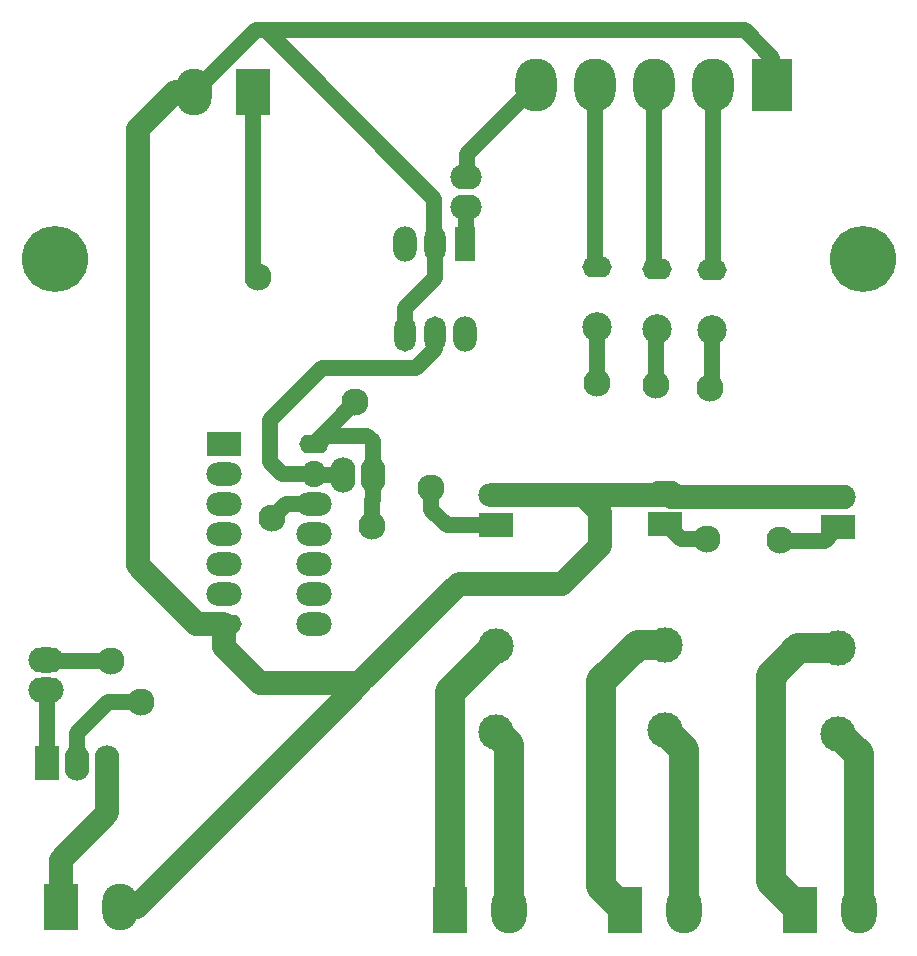
<source format=gbr>
%TF.GenerationSoftware,KiCad,Pcbnew,6.0.11+dfsg-1*%
%TF.CreationDate,2023-04-26T14:21:25-05:00*%
%TF.ProjectId,power_control,706f7765-725f-4636-9f6e-74726f6c2e6b,rev?*%
%TF.SameCoordinates,Original*%
%TF.FileFunction,Copper,L2,Bot*%
%TF.FilePolarity,Positive*%
%FSLAX46Y46*%
G04 Gerber Fmt 4.6, Leading zero omitted, Abs format (unit mm)*
G04 Created by KiCad (PCBNEW 6.0.11+dfsg-1) date 2023-04-26 14:21:25*
%MOMM*%
%LPD*%
G01*
G04 APERTURE LIST*
%TA.AperFunction,ComponentPad*%
%ADD10R,3.000000X3.960000*%
%TD*%
%TA.AperFunction,ComponentPad*%
%ADD11O,3.000000X3.960000*%
%TD*%
%TA.AperFunction,ComponentPad*%
%ADD12C,2.500000*%
%TD*%
%TA.AperFunction,ComponentPad*%
%ADD13O,2.500000X1.750000*%
%TD*%
%TA.AperFunction,ComponentPad*%
%ADD14C,5.600000*%
%TD*%
%TA.AperFunction,ComponentPad*%
%ADD15R,3.500000X4.500000*%
%TD*%
%TA.AperFunction,ComponentPad*%
%ADD16O,3.500000X4.500000*%
%TD*%
%TA.AperFunction,ComponentPad*%
%ADD17R,1.800000X3.000000*%
%TD*%
%TA.AperFunction,ComponentPad*%
%ADD18O,1.800000X3.000000*%
%TD*%
%TA.AperFunction,ComponentPad*%
%ADD19O,2.000000X3.000000*%
%TD*%
%TA.AperFunction,ComponentPad*%
%ADD20C,3.000000*%
%TD*%
%TA.AperFunction,ComponentPad*%
%ADD21R,3.000000X2.000000*%
%TD*%
%TA.AperFunction,ComponentPad*%
%ADD22O,3.000000X2.100000*%
%TD*%
%TA.AperFunction,ComponentPad*%
%ADD23O,3.000000X2.000000*%
%TD*%
%TA.AperFunction,ComponentPad*%
%ADD24O,3.000000X1.600000*%
%TD*%
%TA.AperFunction,ComponentPad*%
%ADD25O,2.000000X2.250000*%
%TD*%
%TA.AperFunction,ComponentPad*%
%ADD26O,2.500000X1.600000*%
%TD*%
%TA.AperFunction,ComponentPad*%
%ADD27O,2.100000X3.000000*%
%TD*%
%TA.AperFunction,ComponentPad*%
%ADD28R,2.100000X3.000000*%
%TD*%
%TA.AperFunction,ComponentPad*%
%ADD29R,3.000000X2.100000*%
%TD*%
%TA.AperFunction,ComponentPad*%
%ADD30O,3.000000X2.125000*%
%TD*%
%TA.AperFunction,ComponentPad*%
%ADD31O,2.650000X2.100000*%
%TD*%
%TA.AperFunction,ViaPad*%
%ADD32C,2.300000*%
%TD*%
%TA.AperFunction,Conductor*%
%ADD33C,1.330000*%
%TD*%
%TA.AperFunction,Conductor*%
%ADD34C,2.000000*%
%TD*%
%TA.AperFunction,Conductor*%
%ADD35C,2.500000*%
%TD*%
G04 APERTURE END LIST*
D10*
%TO.P,J_wpump1,1,Pin_1*%
%TO.N,Net-(J_wpump1-Pad1)*%
X179411500Y-108439000D03*
D11*
%TO.P,J_wpump1,2,Pin_2*%
%TO.N,Net-(J_wpump1-Pad2)*%
X184411500Y-108439000D03*
%TD*%
D10*
%TO.P,J_fan1,1,Pin_1*%
%TO.N,Net-(J_fan1-Pad1)*%
X194183000Y-108458000D03*
D11*
%TO.P,J_fan1,2,Pin_2*%
%TO.N,Net-(J_fan1-Pad2)*%
X199183000Y-108458000D03*
%TD*%
D12*
%TO.P,R2,1*%
%TO.N,Net-(R2-Pad1)*%
X182050800Y-59320000D03*
D13*
%TO.P,R2,2*%
%TO.N,D27*%
X182050800Y-54240000D03*
%TD*%
D14*
%TO.P,H4,1*%
%TO.N,N/C*%
X131114800Y-53390800D03*
%TD*%
%TO.P,H2,1*%
%TO.N,N/C*%
X199491600Y-53390800D03*
%TD*%
D15*
%TO.P,J1,1,Pin_1*%
%TO.N,GND5V*%
X191857500Y-38607500D03*
D16*
%TO.P,J1,2,Pin_2*%
%TO.N,D33*%
X186857500Y-38607500D03*
%TO.P,J1,3,Pin_3*%
%TO.N,D27*%
X181857500Y-38607500D03*
%TO.P,J1,4,Pin_4*%
%TO.N,D26*%
X176857500Y-38607500D03*
%TO.P,J1,5,Pin_5*%
%TO.N,D14*%
X171857500Y-38607500D03*
%TD*%
D17*
%TO.P,U3,1*%
%TO.N,Net-(R4-Pad2)*%
X165842400Y-52052400D03*
D18*
%TO.P,U3,2*%
%TO.N,GND5V*%
X163302400Y-52052400D03*
D19*
%TO.P,U3,3,NC*%
%TO.N,unconnected-(U3-Pad3)*%
X160762400Y-52052400D03*
D18*
%TO.P,U3,4*%
%TO.N,GND5V*%
X160762400Y-59672400D03*
%TO.P,U3,5*%
%TO.N,Net-(R6-Pad1)*%
X163302400Y-59672400D03*
D19*
%TO.P,U3,6*%
%TO.N,unconnected-(U3-Pad6)*%
X165842400Y-59672400D03*
%TD*%
D20*
%TO.P,U_wpump1,11*%
%TO.N,Net-(J_wpump1-Pad1)*%
X182765700Y-86004400D03*
%TO.P,U_wpump1,14*%
%TO.N,Net-(J_wpump1-Pad2)*%
X182765700Y-93243400D03*
D21*
%TO.P,U_wpump1,A1*%
%TO.N,Net-(R2-Pad1)*%
X182765700Y-75758400D03*
D22*
%TO.P,U_wpump1,A2*%
%TO.N,GND5V*%
X182765700Y-73177400D03*
%TD*%
D21*
%TO.P,U1,1*%
%TO.N,N/C*%
X145400000Y-68975000D03*
D23*
%TO.P,U1,2*%
X145400000Y-71515000D03*
%TO.P,U1,3*%
%TO.N,unconnected-(U1-Pad3)*%
X145400000Y-74055000D03*
%TO.P,U1,4*%
%TO.N,unconnected-(U1-Pad4)*%
X145400000Y-76595000D03*
%TO.P,U1,5*%
%TO.N,unconnected-(U1-Pad5)*%
X145400000Y-79135000D03*
%TO.P,U1,6*%
%TO.N,unconnected-(U1-Pad6)*%
X145400000Y-81675000D03*
D24*
%TO.P,U1,7,VSS*%
%TO.N,GND5V*%
X145400000Y-84215000D03*
D23*
%TO.P,U1,8*%
%TO.N,unconnected-(U1-Pad8)*%
X153020000Y-84215000D03*
%TO.P,U1,9*%
%TO.N,unconnected-(U1-Pad9)*%
X153020000Y-81675000D03*
%TO.P,U1,10*%
%TO.N,unconnected-(U1-Pad10)*%
X153020000Y-79135000D03*
%TO.P,U1,11*%
%TO.N,unconnected-(U1-Pad11)*%
X153020000Y-76595000D03*
%TO.P,U1,12*%
%TO.N,Net-(R8-Pad1)*%
X153020000Y-74055000D03*
D25*
%TO.P,U1,13*%
%TO.N,Net-(R6-Pad1)*%
X153020000Y-71515000D03*
D26*
%TO.P,U1,14,VDD*%
%TO.N,5v*%
X153020000Y-68975000D03*
%TD*%
D10*
%TO.P,OUT2,1,Pin_1*%
%TO.N,Net-(OUT2-Pad1)*%
X131635000Y-108200000D03*
D11*
%TO.P,OUT2,2,Pin_2*%
%TO.N,GND5V*%
X136635000Y-108200000D03*
%TD*%
D27*
%TO.P,R6,1*%
%TO.N,Net-(R6-Pad1)*%
X155490000Y-71600000D03*
%TO.P,R6,2*%
%TO.N,5v*%
X158030000Y-71600000D03*
%TD*%
D28*
%TO.P,Q2,1,B*%
%TO.N,Net-(Q2-Pad1)*%
X130460000Y-96000000D03*
D27*
%TO.P,Q2,2,C*%
%TO.N,5v*%
X133000000Y-96000000D03*
%TO.P,Q2,3,E*%
%TO.N,Net-(OUT2-Pad1)*%
X135540000Y-96000000D03*
%TD*%
D12*
%TO.P,R1,1*%
%TO.N,Net-(R1-Pad1)*%
X177000000Y-59152500D03*
D13*
%TO.P,R1,2*%
%TO.N,D26*%
X177000000Y-54072500D03*
%TD*%
D20*
%TO.P,U_fan1,11*%
%TO.N,Net-(J_fan1-Pad1)*%
X197446900Y-86309200D03*
%TO.P,U_fan1,14*%
%TO.N,Net-(J_fan1-Pad2)*%
X197446900Y-93548200D03*
D29*
%TO.P,U_fan1,A1*%
%TO.N,Net-(R9-Pad1)*%
X197446900Y-76063200D03*
D22*
%TO.P,U_fan1,A2*%
%TO.N,GND5V*%
X197446900Y-73482200D03*
%TD*%
D12*
%TO.P,R9,1*%
%TO.N,Net-(R9-Pad1)*%
X186750000Y-59402500D03*
D13*
%TO.P,R9,2*%
%TO.N,D33*%
X186750000Y-54322500D03*
%TD*%
D10*
%TO.P,5V1,1,Pin_1*%
%TO.N,5v*%
X147878800Y-39250000D03*
D11*
%TO.P,5V1,2,Pin_2*%
%TO.N,GND5V*%
X142878800Y-39250000D03*
%TD*%
D10*
%TO.P,J_oxygen1,1,Pin_1*%
%TO.N,Net-(J_oxygen1-Pad1)*%
X164545000Y-108458000D03*
D11*
%TO.P,J_oxygen1,2,Pin_2*%
%TO.N,Net-(J_oxygen1-Pad2)*%
X169545000Y-108458000D03*
%TD*%
D30*
%TO.P,R8,1*%
%TO.N,Net-(R8-Pad1)*%
X130400000Y-87295000D03*
%TO.P,R8,2*%
%TO.N,Net-(Q2-Pad1)*%
X130400000Y-89835000D03*
%TD*%
D20*
%TO.P,U_oxygen1,11*%
%TO.N,Net-(J_oxygen1-Pad1)*%
X168427400Y-86144100D03*
%TO.P,U_oxygen1,14*%
%TO.N,Net-(J_oxygen1-Pad2)*%
X168427400Y-93383100D03*
D21*
%TO.P,U_oxygen1,A1*%
%TO.N,Net-(R1-Pad1)*%
X168427400Y-75898100D03*
D23*
%TO.P,U_oxygen1,A2*%
%TO.N,GND5V*%
X168427400Y-73317100D03*
%TD*%
D31*
%TO.P,R4,1*%
%TO.N,D14*%
X165917400Y-46452400D03*
%TO.P,R4,2*%
%TO.N,Net-(R4-Pad2)*%
X165917400Y-48992400D03*
%TD*%
D32*
%TO.N,5v*%
X138419600Y-90830400D03*
X156500000Y-65495000D03*
X158000000Y-76000000D03*
X148285200Y-54914800D03*
%TO.N,Net-(R1-Pad1)*%
X177000000Y-63876900D03*
X162966400Y-72745600D03*
%TO.N,Net-(R2-Pad1)*%
X186283600Y-77063600D03*
X182000000Y-63993600D03*
%TO.N,Net-(R8-Pad1)*%
X149500000Y-75250000D03*
X135823200Y-87426800D03*
%TO.N,Net-(R9-Pad1)*%
X186597600Y-64279300D03*
X192481200Y-77165200D03*
%TD*%
D33*
%TO.N,GND5V*%
X149250000Y-34250000D02*
X149250000Y-34000000D01*
D34*
X183261000Y-73466000D02*
X183134000Y-73339000D01*
D33*
X189500000Y-34000000D02*
X191857500Y-36357500D01*
D34*
X145400000Y-84215000D02*
X143041400Y-84215000D01*
D33*
X163250000Y-48250000D02*
X149250000Y-34250000D01*
D34*
X177292000Y-74777600D02*
X175853400Y-73339000D01*
X145400000Y-86218000D02*
X148463000Y-89281000D01*
X143041400Y-84215000D02*
X138125200Y-79298800D01*
X197583000Y-73466000D02*
X183261000Y-73466000D01*
X177292000Y-77622400D02*
X177292000Y-74777600D01*
X174040800Y-80873600D02*
X177292000Y-77622400D01*
X183134000Y-73339000D02*
X178876000Y-73339000D01*
X165303200Y-80873600D02*
X174040800Y-80873600D01*
D33*
X149250000Y-34000000D02*
X189500000Y-34000000D01*
D34*
X173059400Y-73339000D02*
X168086500Y-73339000D01*
X178876000Y-73339000D02*
X173059400Y-73339000D01*
D33*
X160762400Y-57460300D02*
X163302400Y-54920300D01*
D34*
X145400000Y-84215000D02*
X145400000Y-86218000D01*
X138125200Y-42374800D02*
X141250000Y-39250000D01*
D33*
X191857500Y-36357500D02*
X191857500Y-38607500D01*
X142878800Y-39250000D02*
X148128800Y-34000000D01*
D34*
X175853400Y-73339000D02*
X173059400Y-73339000D01*
X136635000Y-108200000D02*
X138053000Y-108200000D01*
D33*
X163250000Y-52000000D02*
X163250000Y-48250000D01*
X163302400Y-52052400D02*
X163250000Y-52000000D01*
D34*
X156972000Y-89204800D02*
X165303200Y-80873600D01*
X138125200Y-79298800D02*
X138125200Y-42374800D01*
X156972000Y-89281000D02*
X156972000Y-89204800D01*
X138053000Y-108200000D02*
X156972000Y-89281000D01*
X156972000Y-89281000D02*
X148463000Y-89281000D01*
D33*
X148128800Y-34000000D02*
X149250000Y-34000000D01*
X160762400Y-59672400D02*
X160762400Y-57460300D01*
D34*
X141250000Y-39250000D02*
X142878800Y-39250000D01*
D33*
X163302400Y-54920300D02*
X163302400Y-52052400D01*
%TO.N,D33*%
X186750000Y-54322500D02*
X186857500Y-54215000D01*
X186857500Y-54215000D02*
X186857500Y-38607500D01*
D35*
%TO.N,Net-(J_oxygen1-Pad1)*%
X168427400Y-86144100D02*
X164545000Y-90026500D01*
X164545000Y-90026500D02*
X164545000Y-108458000D01*
%TO.N,Net-(J_oxygen1-Pad2)*%
X169545000Y-108458000D02*
X169545000Y-94500700D01*
X169545000Y-94500700D02*
X168427400Y-93383100D01*
%TO.N,Net-(J_wpump1-Pad1)*%
X177342800Y-106476800D02*
X177342800Y-89103200D01*
X180441600Y-86004400D02*
X182765700Y-86004400D01*
X179305000Y-108439000D02*
X177342800Y-106476800D01*
X179411500Y-108439000D02*
X179305000Y-108439000D01*
X177342800Y-89103200D02*
X180441600Y-86004400D01*
%TO.N,Net-(J_wpump1-Pad2)*%
X184411500Y-94889200D02*
X182765700Y-93243400D01*
X184411500Y-108439000D02*
X184411500Y-94889200D01*
D34*
%TO.N,Net-(OUT2-Pad1)*%
X131635000Y-108200000D02*
X131635000Y-104204000D01*
X131635000Y-104204000D02*
X135540000Y-100299000D01*
X135540000Y-100299000D02*
X135540000Y-96000000D01*
D33*
%TO.N,Net-(Q2-Pad1)*%
X130460000Y-89895000D02*
X130400000Y-89835000D01*
X130400000Y-95940000D02*
X130460000Y-96000000D01*
X130460000Y-96000000D02*
X130460000Y-89895000D01*
%TO.N,5v*%
X153060400Y-68934600D02*
X153020000Y-68975000D01*
X158000000Y-76000000D02*
X158000000Y-73750000D01*
X135636000Y-90830400D02*
X133000000Y-93466400D01*
X147878800Y-54508400D02*
X147878800Y-39250000D01*
X158030000Y-68805000D02*
X157525000Y-68300000D01*
X156500000Y-65495000D02*
X153020000Y-68975000D01*
X157525000Y-68300000D02*
X153695000Y-68300000D01*
X158030000Y-73720000D02*
X158030000Y-71600000D01*
X133000000Y-93466400D02*
X133000000Y-96000000D01*
X153695000Y-68300000D02*
X153020000Y-68975000D01*
X138419600Y-90830400D02*
X135636000Y-90830400D01*
X158000000Y-73750000D02*
X158030000Y-73720000D01*
X158030000Y-71600000D02*
X158030000Y-68805000D01*
X148285200Y-54914800D02*
X147878800Y-54508400D01*
%TO.N,Net-(R1-Pad1)*%
X162966400Y-74574400D02*
X162966400Y-72745600D01*
X164290100Y-75898100D02*
X162966400Y-74574400D01*
X177000000Y-63876900D02*
X177000000Y-59152500D01*
X168427400Y-75898100D02*
X164290100Y-75898100D01*
%TO.N,Net-(R2-Pad1)*%
X184096300Y-77089000D02*
X186258200Y-77089000D01*
X186258200Y-77089000D02*
X186283600Y-77063600D01*
X182765700Y-75758400D02*
X184096300Y-77089000D01*
X182000000Y-63993600D02*
X182000000Y-59370800D01*
%TO.N,Net-(R4-Pad2)*%
X165917400Y-48992400D02*
X165917400Y-51977400D01*
X165917400Y-51977400D02*
X165842400Y-52052400D01*
%TO.N,Net-(R6-Pad1)*%
X153714100Y-62592300D02*
X149352000Y-66954400D01*
X155490000Y-71600000D02*
X153105000Y-71600000D01*
X161701000Y-62592300D02*
X153714100Y-62592300D01*
X149352000Y-66954400D02*
X149352000Y-70561200D01*
X150305800Y-71515000D02*
X153020000Y-71515000D01*
X163302400Y-60990900D02*
X161701000Y-62592300D01*
X149352000Y-70561200D02*
X150305800Y-71515000D01*
X163302400Y-59672400D02*
X163302400Y-60990900D01*
X153105000Y-71600000D02*
X153020000Y-71515000D01*
%TO.N,Net-(R8-Pad1)*%
X150695000Y-74055000D02*
X153020000Y-74055000D01*
X135823200Y-87426800D02*
X130531800Y-87426800D01*
X149500000Y-75250000D02*
X150695000Y-74055000D01*
X130531800Y-87426800D02*
X130400000Y-87295000D01*
%TO.N,Net-(R9-Pad1)*%
X192532000Y-77216000D02*
X196294100Y-77216000D01*
X186750000Y-59402500D02*
X186750000Y-64126900D01*
X192481200Y-77165200D02*
X192532000Y-77216000D01*
X196294100Y-77216000D02*
X197446900Y-76063200D01*
D35*
%TO.N,Net-(J_fan1-Pad1)*%
X194056000Y-86309200D02*
X191719200Y-88646000D01*
X191719200Y-105994200D02*
X194183000Y-108458000D01*
X191719200Y-88646000D02*
X191719200Y-105994200D01*
X197446900Y-86309200D02*
X194056000Y-86309200D01*
%TO.N,Net-(J_fan1-Pad2)*%
X199183000Y-108458000D02*
X199183000Y-95284300D01*
X199183000Y-95284300D02*
X197446900Y-93548200D01*
D33*
%TO.N,D14*%
X166000000Y-44465000D02*
X166000000Y-46369800D01*
X171857500Y-38607500D02*
X166000000Y-44465000D01*
X166000000Y-46369800D02*
X165917400Y-46452400D01*
%TO.N,D26*%
X176857500Y-38607500D02*
X176857500Y-53930000D01*
X176857500Y-53930000D02*
X177000000Y-54072500D01*
%TO.N,D27*%
X181857500Y-38607500D02*
X181857500Y-54046700D01*
X181857500Y-54046700D02*
X182050800Y-54240000D01*
%TD*%
M02*

</source>
